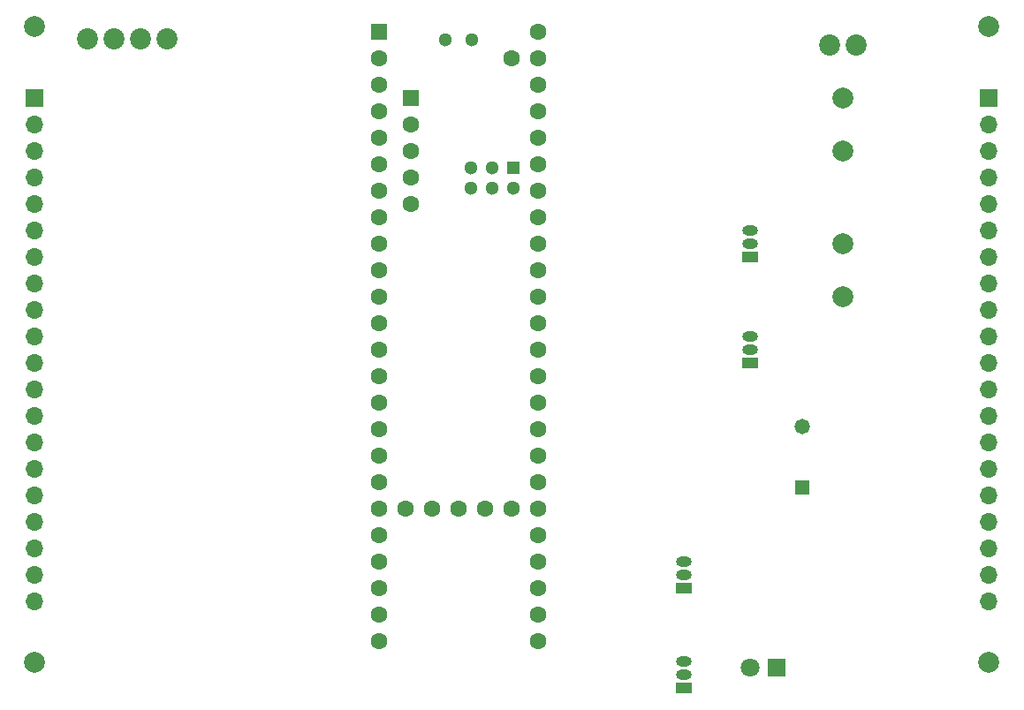
<source format=gbr>
G04 #@! TF.GenerationSoftware,KiCad,Pcbnew,8.0.4*
G04 #@! TF.CreationDate,2024-08-15T07:01:29-07:00*
G04 #@! TF.ProjectId,PocketFT8Xcvr,506f636b-6574-4465-9438-586376722e6b,rev?*
G04 #@! TF.SameCoordinates,Original*
G04 #@! TF.FileFunction,Soldermask,Bot*
G04 #@! TF.FilePolarity,Negative*
%FSLAX46Y46*%
G04 Gerber Fmt 4.6, Leading zero omitted, Abs format (unit mm)*
G04 Created by KiCad (PCBNEW 8.0.4) date 2024-08-15 07:01:29*
%MOMM*%
%LPD*%
G01*
G04 APERTURE LIST*
%ADD10C,2.000000*%
%ADD11R,1.600000X1.600000*%
%ADD12C,1.600000*%
%ADD13R,1.300000X1.300000*%
%ADD14C,1.300000*%
%ADD15C,2.020000*%
%ADD16R,1.500000X1.000000*%
%ADD17O,1.500000X1.000000*%
%ADD18R,1.473200X1.473200*%
%ADD19C,1.473200*%
%ADD20R,1.700000X1.700000*%
%ADD21O,1.700000X1.700000*%
%ADD22R,1.800000X1.800000*%
%ADD23C,1.800000*%
G04 APERTURE END LIST*
D10*
X106680000Y-115062000D03*
D11*
X139700000Y-54610000D03*
D12*
X139700000Y-57150000D03*
X139700000Y-59690000D03*
X139700000Y-62230000D03*
X139700000Y-64770000D03*
X139700000Y-67310000D03*
X139700000Y-69850000D03*
X139700000Y-72390000D03*
X139700000Y-74930000D03*
X139700000Y-77470000D03*
X139700000Y-80010000D03*
X139700000Y-82550000D03*
X139700000Y-85090000D03*
X139700000Y-87630000D03*
X139700000Y-90170000D03*
X139700000Y-92710000D03*
X139700000Y-95250000D03*
X139700000Y-97790000D03*
X139700000Y-100330000D03*
X139700000Y-102870000D03*
X139700000Y-105410000D03*
X139700000Y-107950000D03*
X139700000Y-110490000D03*
X139700000Y-113030000D03*
X154940000Y-113030000D03*
X154940000Y-110490000D03*
X154940000Y-107950000D03*
X154940000Y-105410000D03*
X154940000Y-102870000D03*
X154940000Y-100330000D03*
X154940000Y-97790000D03*
X154940000Y-95250000D03*
X154940000Y-92710000D03*
X154940000Y-90170000D03*
X154940000Y-87630000D03*
X154940000Y-85090000D03*
X154940000Y-82550000D03*
X154940000Y-80010000D03*
X154940000Y-77470000D03*
X154940000Y-74930000D03*
X154940000Y-72390000D03*
X154940000Y-69850000D03*
X154940000Y-67310000D03*
X154940000Y-64770000D03*
X154940000Y-62230000D03*
X154940000Y-59690000D03*
X154940000Y-57150000D03*
X154940000Y-54610000D03*
X152400000Y-57150000D03*
X142240000Y-100330000D03*
X144780000Y-100330000D03*
X147320000Y-100330000D03*
X149860000Y-100330000D03*
X152400000Y-100330000D03*
D11*
X142750800Y-60909200D03*
D12*
X142750800Y-63449200D03*
X142750800Y-65989200D03*
X142750800Y-68529200D03*
X142750800Y-71069200D03*
D13*
X152501600Y-67580000D03*
D14*
X150501600Y-67580000D03*
X148501600Y-67580000D03*
X148501600Y-69580000D03*
X150501600Y-69580000D03*
X152501600Y-69580000D03*
X148590000Y-55340000D03*
X146050000Y-55340000D03*
D15*
X182880000Y-55880000D03*
X185420000Y-55880000D03*
D10*
X184150000Y-66040000D03*
X184150000Y-60960000D03*
X106680000Y-54102000D03*
D16*
X168910000Y-117475000D03*
D17*
X168910000Y-116205000D03*
X168910000Y-114935000D03*
D18*
X180213000Y-98247200D03*
D19*
X180213000Y-92456000D03*
D10*
X184150000Y-80010000D03*
X184150000Y-74930000D03*
D20*
X198120000Y-60960000D03*
D21*
X198120000Y-63500000D03*
X198120000Y-66040000D03*
X198120000Y-68580000D03*
X198120000Y-71120000D03*
X198120000Y-73660000D03*
X198120000Y-76200000D03*
X198120000Y-78740000D03*
X198120000Y-81280000D03*
X198120000Y-83820000D03*
X198120000Y-86360000D03*
X198120000Y-88900000D03*
X198120000Y-91440000D03*
X198120000Y-93980000D03*
X198120000Y-96520000D03*
X198120000Y-99060000D03*
X198120000Y-101600000D03*
X198120000Y-104140000D03*
X198120000Y-106680000D03*
X198120000Y-109220000D03*
D10*
X198120000Y-115062000D03*
D16*
X168910000Y-107950000D03*
D17*
X168910000Y-106680000D03*
X168910000Y-105410000D03*
D16*
X175260000Y-76200000D03*
D17*
X175260000Y-74930000D03*
X175260000Y-73660000D03*
D22*
X177800000Y-115570000D03*
D23*
X175260000Y-115570000D03*
D16*
X175260000Y-86360000D03*
D17*
X175260000Y-85090000D03*
X175260000Y-83820000D03*
D10*
X198120000Y-54102000D03*
D15*
X111760000Y-55245000D03*
X114300000Y-55245000D03*
X116840000Y-55245000D03*
X119380000Y-55245000D03*
D20*
X106680000Y-60960000D03*
D21*
X106680000Y-63500000D03*
X106680000Y-66040000D03*
X106680000Y-68580000D03*
X106680000Y-71120000D03*
X106680000Y-73660000D03*
X106680000Y-76200000D03*
X106680000Y-78740000D03*
X106680000Y-81280000D03*
X106680000Y-83820000D03*
X106680000Y-86360000D03*
X106680000Y-88900000D03*
X106680000Y-91440000D03*
X106680000Y-93980000D03*
X106680000Y-96520000D03*
X106680000Y-99060000D03*
X106680000Y-101600000D03*
X106680000Y-104140000D03*
X106680000Y-106680000D03*
X106680000Y-109220000D03*
M02*

</source>
